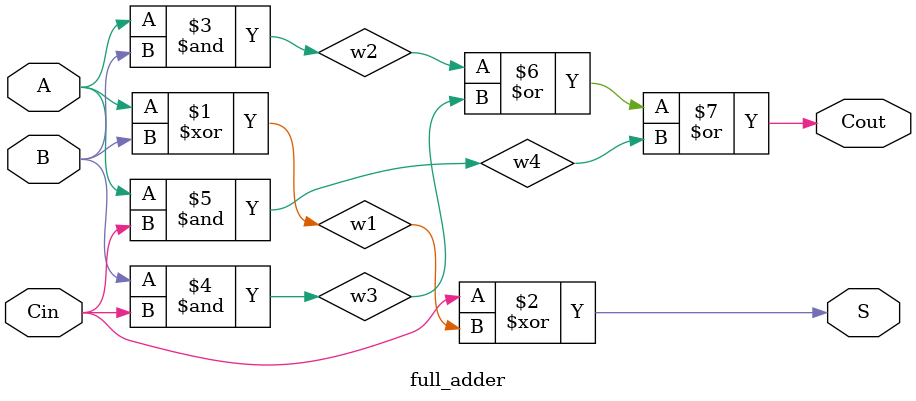
<source format=v>
/* 
	Full Adder using AND,OR and XOR gate
	full adder equation
	S = A xor B xor Cin
	Cout = (A and B) or (A and B) or (B and C)
	 
	implemented this logic in structual model
	*/

module full_adder (A,B,Cin,S,Cout);

input A;
input B;
input Cin;
output S;
output Cout;

wire w1;
wire w2;
wire w3;
wire w4;

//implement eq for S

xor G1 (w1,A,B);
xor G2 (S,Cin,w1);

// implement eq for Cout

and G3 (w2,A,B);
and G4 (w3,B,Cin);
and G5 (w4,A,Cin);
or G6 (Cout,w2,w3,w4);

endmodule


</source>
